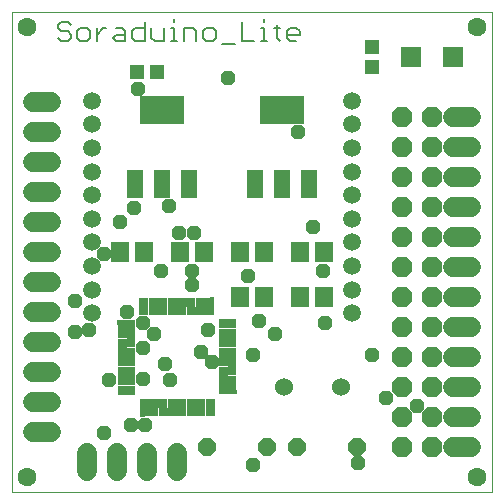
<source format=gts>
G75*
G70*
%OFA0B0*%
%FSLAX24Y24*%
%IPPOS*%
%LPD*%
%AMOC8*
5,1,8,0,0,1.08239X$1,22.5*
%
%ADD10C,0.0000*%
%ADD11C,0.0631*%
%ADD12C,0.0060*%
%ADD13R,0.0580X0.0300*%
%ADD14R,0.0300X0.0580*%
%ADD15C,0.0600*%
%ADD16OC8,0.0600*%
%ADD17C,0.0595*%
%ADD18R,0.0560X0.0960*%
%ADD19R,0.1497X0.0946*%
%ADD20R,0.0592X0.0710*%
%ADD21C,0.0680*%
%ADD22R,0.0474X0.0513*%
%ADD23R,0.0513X0.0474*%
%ADD24R,0.0671X0.0671*%
%ADD25OC8,0.0680*%
%ADD26OC8,0.0480*%
D10*
X000417Y000150D02*
X000417Y016150D01*
X016417Y016150D01*
X016417Y000150D01*
X000417Y000150D01*
X000641Y000650D02*
X000643Y000683D01*
X000649Y000715D01*
X000658Y000746D01*
X000671Y000776D01*
X000688Y000804D01*
X000708Y000830D01*
X000731Y000854D01*
X000756Y000874D01*
X000784Y000892D01*
X000813Y000906D01*
X000844Y000916D01*
X000876Y000923D01*
X000909Y000926D01*
X000942Y000925D01*
X000974Y000920D01*
X001005Y000911D01*
X001036Y000899D01*
X001064Y000883D01*
X001091Y000864D01*
X001115Y000842D01*
X001136Y000817D01*
X001155Y000790D01*
X001170Y000761D01*
X001181Y000731D01*
X001189Y000699D01*
X001193Y000666D01*
X001193Y000634D01*
X001189Y000601D01*
X001181Y000569D01*
X001170Y000539D01*
X001155Y000510D01*
X001136Y000483D01*
X001115Y000458D01*
X001091Y000436D01*
X001064Y000417D01*
X001036Y000401D01*
X001005Y000389D01*
X000974Y000380D01*
X000942Y000375D01*
X000909Y000374D01*
X000876Y000377D01*
X000844Y000384D01*
X000813Y000394D01*
X000784Y000408D01*
X000756Y000426D01*
X000731Y000446D01*
X000708Y000470D01*
X000688Y000496D01*
X000671Y000524D01*
X000658Y000554D01*
X000649Y000585D01*
X000643Y000617D01*
X000641Y000650D01*
X015641Y000650D02*
X015643Y000683D01*
X015649Y000715D01*
X015658Y000746D01*
X015671Y000776D01*
X015688Y000804D01*
X015708Y000830D01*
X015731Y000854D01*
X015756Y000874D01*
X015784Y000892D01*
X015813Y000906D01*
X015844Y000916D01*
X015876Y000923D01*
X015909Y000926D01*
X015942Y000925D01*
X015974Y000920D01*
X016005Y000911D01*
X016036Y000899D01*
X016064Y000883D01*
X016091Y000864D01*
X016115Y000842D01*
X016136Y000817D01*
X016155Y000790D01*
X016170Y000761D01*
X016181Y000731D01*
X016189Y000699D01*
X016193Y000666D01*
X016193Y000634D01*
X016189Y000601D01*
X016181Y000569D01*
X016170Y000539D01*
X016155Y000510D01*
X016136Y000483D01*
X016115Y000458D01*
X016091Y000436D01*
X016064Y000417D01*
X016036Y000401D01*
X016005Y000389D01*
X015974Y000380D01*
X015942Y000375D01*
X015909Y000374D01*
X015876Y000377D01*
X015844Y000384D01*
X015813Y000394D01*
X015784Y000408D01*
X015756Y000426D01*
X015731Y000446D01*
X015708Y000470D01*
X015688Y000496D01*
X015671Y000524D01*
X015658Y000554D01*
X015649Y000585D01*
X015643Y000617D01*
X015641Y000650D01*
X015641Y015650D02*
X015643Y015683D01*
X015649Y015715D01*
X015658Y015746D01*
X015671Y015776D01*
X015688Y015804D01*
X015708Y015830D01*
X015731Y015854D01*
X015756Y015874D01*
X015784Y015892D01*
X015813Y015906D01*
X015844Y015916D01*
X015876Y015923D01*
X015909Y015926D01*
X015942Y015925D01*
X015974Y015920D01*
X016005Y015911D01*
X016036Y015899D01*
X016064Y015883D01*
X016091Y015864D01*
X016115Y015842D01*
X016136Y015817D01*
X016155Y015790D01*
X016170Y015761D01*
X016181Y015731D01*
X016189Y015699D01*
X016193Y015666D01*
X016193Y015634D01*
X016189Y015601D01*
X016181Y015569D01*
X016170Y015539D01*
X016155Y015510D01*
X016136Y015483D01*
X016115Y015458D01*
X016091Y015436D01*
X016064Y015417D01*
X016036Y015401D01*
X016005Y015389D01*
X015974Y015380D01*
X015942Y015375D01*
X015909Y015374D01*
X015876Y015377D01*
X015844Y015384D01*
X015813Y015394D01*
X015784Y015408D01*
X015756Y015426D01*
X015731Y015446D01*
X015708Y015470D01*
X015688Y015496D01*
X015671Y015524D01*
X015658Y015554D01*
X015649Y015585D01*
X015643Y015617D01*
X015641Y015650D01*
X000641Y015650D02*
X000643Y015683D01*
X000649Y015715D01*
X000658Y015746D01*
X000671Y015776D01*
X000688Y015804D01*
X000708Y015830D01*
X000731Y015854D01*
X000756Y015874D01*
X000784Y015892D01*
X000813Y015906D01*
X000844Y015916D01*
X000876Y015923D01*
X000909Y015926D01*
X000942Y015925D01*
X000974Y015920D01*
X001005Y015911D01*
X001036Y015899D01*
X001064Y015883D01*
X001091Y015864D01*
X001115Y015842D01*
X001136Y015817D01*
X001155Y015790D01*
X001170Y015761D01*
X001181Y015731D01*
X001189Y015699D01*
X001193Y015666D01*
X001193Y015634D01*
X001189Y015601D01*
X001181Y015569D01*
X001170Y015539D01*
X001155Y015510D01*
X001136Y015483D01*
X001115Y015458D01*
X001091Y015436D01*
X001064Y015417D01*
X001036Y015401D01*
X001005Y015389D01*
X000974Y015380D01*
X000942Y015375D01*
X000909Y015374D01*
X000876Y015377D01*
X000844Y015384D01*
X000813Y015394D01*
X000784Y015408D01*
X000756Y015426D01*
X000731Y015446D01*
X000708Y015470D01*
X000688Y015496D01*
X000671Y015524D01*
X000658Y015554D01*
X000649Y015585D01*
X000643Y015617D01*
X000641Y015650D01*
D11*
X000917Y015650D03*
X015917Y015650D03*
X015917Y000650D03*
X000917Y000650D03*
D12*
X007425Y015073D02*
X007852Y015073D01*
X008070Y015180D02*
X008497Y015180D01*
X008714Y015180D02*
X008928Y015180D01*
X008821Y015180D02*
X008821Y015607D01*
X008714Y015607D01*
X008821Y015821D02*
X008821Y015927D01*
X009144Y015607D02*
X009358Y015607D01*
X009251Y015714D02*
X009251Y015287D01*
X009358Y015180D01*
X009574Y015287D02*
X009574Y015500D01*
X009681Y015607D01*
X009894Y015607D01*
X010001Y015500D01*
X010001Y015394D01*
X009574Y015394D01*
X009574Y015287D02*
X009681Y015180D01*
X009894Y015180D01*
X008070Y015180D02*
X008070Y015821D01*
X007208Y015500D02*
X007208Y015287D01*
X007101Y015180D01*
X006888Y015180D01*
X006781Y015287D01*
X006781Y015500D01*
X006888Y015607D01*
X007101Y015607D01*
X007208Y015500D01*
X006563Y015500D02*
X006563Y015180D01*
X006563Y015500D02*
X006457Y015607D01*
X006136Y015607D01*
X006136Y015180D01*
X005920Y015180D02*
X005707Y015180D01*
X005813Y015180D02*
X005813Y015607D01*
X005707Y015607D01*
X005489Y015607D02*
X005489Y015180D01*
X005169Y015180D01*
X005062Y015287D01*
X005062Y015607D01*
X004844Y015607D02*
X004524Y015607D01*
X004417Y015500D01*
X004417Y015287D01*
X004524Y015180D01*
X004844Y015180D01*
X004844Y015821D01*
X004200Y015500D02*
X004200Y015180D01*
X003880Y015180D01*
X003773Y015287D01*
X003880Y015394D01*
X004200Y015394D01*
X004200Y015500D02*
X004093Y015607D01*
X003880Y015607D01*
X003556Y015607D02*
X003449Y015607D01*
X003236Y015394D01*
X003236Y015607D02*
X003236Y015180D01*
X003018Y015287D02*
X003018Y015500D01*
X002911Y015607D01*
X002698Y015607D01*
X002591Y015500D01*
X002591Y015287D01*
X002698Y015180D01*
X002911Y015180D01*
X003018Y015287D01*
X002374Y015287D02*
X002267Y015180D01*
X002053Y015180D01*
X001947Y015287D01*
X002053Y015500D02*
X001947Y015607D01*
X001947Y015714D01*
X002053Y015821D01*
X002267Y015821D01*
X002374Y015714D01*
X002267Y015500D02*
X002374Y015394D01*
X002374Y015287D01*
X002267Y015500D02*
X002053Y015500D01*
X005813Y015821D02*
X005813Y015927D01*
D13*
G36*
X005901Y006629D02*
X005904Y006050D01*
X005605Y006049D01*
X005602Y006628D01*
X005901Y006629D01*
G37*
G36*
X006216Y006631D02*
X006219Y006052D01*
X005920Y006051D01*
X005917Y006630D01*
X006216Y006631D01*
G37*
G36*
X006531Y006632D02*
X006534Y006053D01*
X006235Y006052D01*
X006232Y006631D01*
X006531Y006632D01*
G37*
G36*
X006846Y006633D02*
X006849Y006054D01*
X006550Y006053D01*
X006547Y006632D01*
X006846Y006633D01*
G37*
G36*
X007161Y006634D02*
X007164Y006055D01*
X006865Y006054D01*
X006862Y006633D01*
X007161Y006634D01*
G37*
G36*
X005586Y006628D02*
X005589Y006049D01*
X005290Y006048D01*
X005287Y006627D01*
X005586Y006628D01*
G37*
G36*
X005271Y006627D02*
X005274Y006048D01*
X004975Y006047D01*
X004972Y006626D01*
X005271Y006627D01*
G37*
G36*
X004956Y006626D02*
X004959Y006047D01*
X004660Y006046D01*
X004657Y006625D01*
X004956Y006626D01*
G37*
G36*
X004968Y003246D02*
X004971Y002667D01*
X004672Y002666D01*
X004669Y003245D01*
X004968Y003246D01*
G37*
G36*
X005283Y003247D02*
X005286Y002668D01*
X004987Y002667D01*
X004984Y003246D01*
X005283Y003247D01*
G37*
G36*
X005598Y003248D02*
X005601Y002669D01*
X005302Y002668D01*
X005299Y003247D01*
X005598Y003248D01*
G37*
G36*
X005913Y003249D02*
X005916Y002670D01*
X005617Y002669D01*
X005614Y003248D01*
X005913Y003249D01*
G37*
G36*
X006228Y003251D02*
X006231Y002672D01*
X005932Y002671D01*
X005929Y003250D01*
X006228Y003251D01*
G37*
G36*
X006543Y003252D02*
X006546Y002673D01*
X006247Y002672D01*
X006244Y003251D01*
X006543Y003252D01*
G37*
G36*
X006858Y003253D02*
X006861Y002674D01*
X006562Y002673D01*
X006559Y003252D01*
X006858Y003253D01*
G37*
G36*
X007173Y003254D02*
X007176Y002675D01*
X006877Y002674D01*
X006874Y003253D01*
X007173Y003254D01*
G37*
D14*
G36*
X007900Y003705D02*
X007901Y003406D01*
X007322Y003403D01*
X007321Y003702D01*
X007900Y003705D01*
G37*
G36*
X007898Y004020D02*
X007899Y003721D01*
X007320Y003718D01*
X007319Y004017D01*
X007898Y004020D01*
G37*
G36*
X007897Y004334D02*
X007898Y004035D01*
X007319Y004032D01*
X007318Y004331D01*
X007897Y004334D01*
G37*
G36*
X007896Y004649D02*
X007897Y004350D01*
X007318Y004347D01*
X007317Y004646D01*
X007896Y004649D01*
G37*
G36*
X007895Y004964D02*
X007896Y004665D01*
X007317Y004662D01*
X007316Y004961D01*
X007895Y004964D01*
G37*
G36*
X007894Y005279D02*
X007895Y004980D01*
X007316Y004977D01*
X007315Y005276D01*
X007894Y005279D01*
G37*
G36*
X007893Y005594D02*
X007894Y005295D01*
X007315Y005292D01*
X007314Y005591D01*
X007893Y005594D01*
G37*
G36*
X007892Y005909D02*
X007893Y005610D01*
X007314Y005607D01*
X007313Y005906D01*
X007892Y005909D01*
G37*
G36*
X004512Y005897D02*
X004513Y005598D01*
X003934Y005595D01*
X003933Y005894D01*
X004512Y005897D01*
G37*
G36*
X004513Y005582D02*
X004514Y005283D01*
X003935Y005280D01*
X003934Y005579D01*
X004513Y005582D01*
G37*
G36*
X004514Y005268D02*
X004515Y004969D01*
X003936Y004966D01*
X003935Y005265D01*
X004514Y005268D01*
G37*
G36*
X004515Y004953D02*
X004516Y004654D01*
X003937Y004651D01*
X003936Y004950D01*
X004515Y004953D01*
G37*
G36*
X004516Y004638D02*
X004517Y004339D01*
X003938Y004336D01*
X003937Y004635D01*
X004516Y004638D01*
G37*
G36*
X004517Y004323D02*
X004518Y004024D01*
X003939Y004021D01*
X003938Y004320D01*
X004517Y004323D01*
G37*
G36*
X004518Y004008D02*
X004519Y003709D01*
X003940Y003706D01*
X003939Y004005D01*
X004518Y004008D01*
G37*
G36*
X004520Y003693D02*
X004521Y003394D01*
X003942Y003391D01*
X003941Y003690D01*
X004520Y003693D01*
G37*
D15*
X009467Y003650D03*
X011367Y003650D03*
D16*
X011917Y001650D03*
X009917Y001650D03*
X008917Y001650D03*
X006917Y001650D03*
D17*
X003086Y006107D03*
X003086Y006894D03*
X003086Y007681D03*
X003086Y008469D03*
X003086Y009256D03*
X003086Y010044D03*
X003086Y010831D03*
X003086Y011619D03*
X003086Y012406D03*
X003086Y013193D03*
X011747Y013193D03*
X011747Y012406D03*
X011747Y011619D03*
X011747Y010831D03*
X011747Y010044D03*
X011747Y009256D03*
X011747Y008469D03*
X011747Y007681D03*
X011747Y006894D03*
X011747Y006107D03*
D18*
X010327Y010430D03*
X009417Y010430D03*
X008507Y010430D03*
X006327Y010430D03*
X005417Y010430D03*
X004507Y010430D03*
D19*
X005417Y012870D03*
X009417Y012870D03*
D20*
X010023Y008150D03*
X010810Y008150D03*
X010810Y006650D03*
X010023Y006650D03*
X008810Y006650D03*
X008023Y006650D03*
X008023Y008150D03*
X008810Y008150D03*
X006810Y008150D03*
X006023Y008150D03*
X004810Y008150D03*
X004023Y008150D03*
D21*
X001717Y008150D02*
X001117Y008150D01*
X001117Y009150D02*
X001717Y009150D01*
X001717Y010150D02*
X001117Y010150D01*
X001117Y011150D02*
X001717Y011150D01*
X001717Y012150D02*
X001117Y012150D01*
X001117Y013150D02*
X001717Y013150D01*
X001717Y007150D02*
X001117Y007150D01*
X001117Y006150D02*
X001717Y006150D01*
X001717Y005150D02*
X001117Y005150D01*
X001117Y004150D02*
X001717Y004150D01*
X001717Y003150D02*
X001117Y003150D01*
X001117Y002150D02*
X001717Y002150D01*
X002917Y001450D02*
X002917Y000850D01*
X003917Y000850D02*
X003917Y001450D01*
X004917Y001450D02*
X004917Y000850D01*
X005917Y000850D02*
X005917Y001450D01*
X015117Y001650D02*
X015717Y001650D01*
X015717Y002650D02*
X015117Y002650D01*
X015117Y003650D02*
X015717Y003650D01*
X015717Y004650D02*
X015117Y004650D01*
X015117Y005650D02*
X015717Y005650D01*
X015717Y006650D02*
X015117Y006650D01*
X015117Y007650D02*
X015717Y007650D01*
X015717Y008650D02*
X015117Y008650D01*
X015117Y009650D02*
X015717Y009650D01*
X015717Y010650D02*
X015117Y010650D01*
X015117Y011650D02*
X015717Y011650D01*
X015717Y012650D02*
X015117Y012650D01*
D22*
X005251Y014150D03*
X004582Y014150D03*
D23*
X012417Y014315D03*
X012417Y014985D03*
D24*
X013728Y014650D03*
X015106Y014650D03*
D25*
X014417Y012650D03*
X014417Y011650D03*
X014417Y010650D03*
X014417Y009650D03*
X014417Y008650D03*
X013417Y008650D03*
X013417Y009650D03*
X013417Y010650D03*
X013417Y011650D03*
X013417Y012650D03*
X013417Y007650D03*
X014417Y007650D03*
X014417Y006650D03*
X014417Y005650D03*
X014417Y004650D03*
X014417Y003650D03*
X014417Y002650D03*
X014417Y001650D03*
X013417Y001650D03*
X013417Y002650D03*
X013417Y003650D03*
X013417Y004650D03*
X013417Y005650D03*
X013417Y006650D03*
D26*
X012417Y004710D03*
X012897Y003270D03*
X013917Y003030D03*
X011937Y001110D03*
X008457Y001050D03*
X005697Y003870D03*
X005517Y004410D03*
X004797Y003930D03*
X004797Y004950D03*
X005157Y005430D03*
X004797Y005790D03*
X004257Y006150D03*
X002997Y005550D03*
X002517Y005490D03*
X002517Y006510D03*
X003477Y008070D03*
X004017Y009150D03*
X004497Y009630D03*
X005637Y009690D03*
X005997Y008790D03*
X006477Y008790D03*
X006417Y007530D03*
X006417Y007050D03*
X005397Y007530D03*
X006957Y005550D03*
X006717Y004830D03*
X007077Y004470D03*
X008457Y004710D03*
X009177Y005430D03*
X008637Y005850D03*
X008277Y007350D03*
X010437Y008970D03*
X010797Y007530D03*
X010857Y005790D03*
X004857Y002370D03*
X004377Y002370D03*
X003477Y002130D03*
X003657Y003870D03*
X009957Y012150D03*
X007617Y013950D03*
X004617Y013590D03*
M02*

</source>
